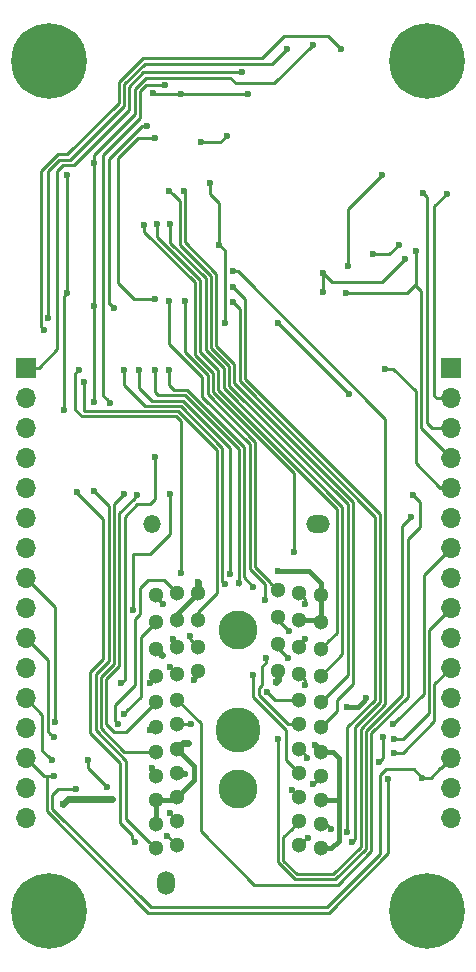
<source format=gbl>
G04 #@! TF.FileFunction,Copper,L2,Bot,Signal*
%FSLAX46Y46*%
G04 Gerber Fmt 4.6, Leading zero omitted, Abs format (unit mm)*
G04 Created by KiCad (PCBNEW 4.0.6) date 12/30/18 12:01:16*
%MOMM*%
%LPD*%
G01*
G04 APERTURE LIST*
%ADD10C,0.100000*%
%ADD11C,6.400000*%
%ADD12R,1.700000X1.700000*%
%ADD13O,1.700000X1.700000*%
%ADD14O,1.500000X1.500000*%
%ADD15O,2.000000X1.500000*%
%ADD16C,3.300000*%
%ADD17C,3.800000*%
%ADD18C,1.300000*%
%ADD19O,1.500000X2.000000*%
%ADD20C,0.600000*%
%ADD21C,0.250000*%
%ADD22C,0.450000*%
%ADD23C,0.600000*%
%ADD24C,0.400000*%
G04 APERTURE END LIST*
D10*
D11*
X84000000Y-24000000D03*
X116000000Y-24000000D03*
X116000000Y-96000000D03*
X84000000Y-96000000D03*
D12*
X118000000Y-50000000D03*
D13*
X118000000Y-52540000D03*
X118000000Y-55080000D03*
X118000000Y-57620000D03*
X118000000Y-60160000D03*
X118000000Y-62700000D03*
X118000000Y-65240000D03*
X118000000Y-67780000D03*
X118000000Y-70320000D03*
X118000000Y-72860000D03*
X118000000Y-75400000D03*
X118000000Y-77940000D03*
X118000000Y-80480000D03*
X118000000Y-83020000D03*
X118000000Y-85560000D03*
X118000000Y-88100000D03*
D12*
X82000000Y-50000000D03*
D13*
X82000000Y-52540000D03*
X82000000Y-55080000D03*
X82000000Y-57620000D03*
X82000000Y-60160000D03*
X82000000Y-62700000D03*
X82000000Y-65240000D03*
X82000000Y-67780000D03*
X82000000Y-70320000D03*
X82000000Y-72860000D03*
X82000000Y-75400000D03*
X82000000Y-77940000D03*
X82000000Y-80480000D03*
X82000000Y-83020000D03*
X82000000Y-85560000D03*
X82000000Y-88100000D03*
D14*
X92700000Y-63200000D03*
D15*
X106800000Y-63200000D03*
D16*
X100000000Y-72200000D03*
D17*
X100000000Y-80650000D03*
D18*
X93020000Y-90700000D03*
X94820000Y-90450000D03*
X96620000Y-75700000D03*
X106980000Y-90700000D03*
X105180000Y-90450000D03*
X106980000Y-88650000D03*
X106980000Y-86600000D03*
X106980000Y-84550000D03*
X106980000Y-82500000D03*
X106980000Y-80400000D03*
X106980000Y-78300000D03*
X106980000Y-76100000D03*
X106980000Y-73820000D03*
X106980000Y-71540000D03*
X106980000Y-69260000D03*
X105180000Y-88400000D03*
X105180000Y-86350000D03*
X105180000Y-84300000D03*
X105180000Y-82250000D03*
X105180000Y-80200000D03*
X105180000Y-78100000D03*
X105180000Y-75900000D03*
X105180000Y-73620000D03*
X105180000Y-71340000D03*
X105180000Y-69060000D03*
X103380000Y-75700000D03*
X103380000Y-73420000D03*
X103380000Y-71140000D03*
X103380000Y-68860000D03*
X96620000Y-73620000D03*
X96620000Y-71340000D03*
X96620000Y-69060000D03*
X93020000Y-88650000D03*
X93020000Y-86600000D03*
X93020000Y-84550000D03*
X93020000Y-82500000D03*
X93020000Y-80400000D03*
X93020000Y-78300000D03*
X93020000Y-76100000D03*
X93020000Y-73820000D03*
X93020000Y-71540000D03*
X93020000Y-69260000D03*
X94820000Y-88400000D03*
X94820000Y-86350000D03*
X94820000Y-84300000D03*
X94820000Y-82250000D03*
X94820000Y-80200000D03*
X94820000Y-78100000D03*
X94820000Y-75900000D03*
X94820000Y-73620000D03*
X94820000Y-71340000D03*
X94820000Y-69060000D03*
D16*
X100000000Y-85700000D03*
D19*
X93900000Y-93600000D03*
D20*
X98850000Y-46175000D03*
X98400000Y-39600000D03*
X97600000Y-34400000D03*
X99025000Y-30375000D03*
X96875000Y-30925000D03*
X85525000Y-33700000D03*
X85525000Y-43675000D03*
X85300000Y-53600000D03*
X111400000Y-40400000D03*
X113600000Y-39600000D03*
X110831228Y-77981227D03*
X111900000Y-83400000D03*
X112300000Y-81300000D03*
X88900000Y-85500000D03*
X87275000Y-83175000D03*
X109184981Y-78699989D03*
X89325000Y-86525000D03*
X85204449Y-86904449D03*
X96610000Y-68130000D03*
X107200000Y-43600000D03*
X114100000Y-40800000D03*
X106500000Y-81925000D03*
X95725000Y-81750000D03*
X93525000Y-74300000D03*
X103200000Y-76600000D03*
X103400000Y-67200018D03*
X107200000Y-42000000D03*
X87825000Y-60475000D03*
X93975000Y-89625000D03*
X96225000Y-76425000D03*
X105875000Y-89800000D03*
X99575000Y-44475000D03*
X109249957Y-89269741D03*
X107825000Y-89075000D03*
X106300000Y-85220000D03*
X99575000Y-43175000D03*
X109600000Y-90175000D03*
X95460000Y-35030000D03*
X94190000Y-35030000D03*
X94275000Y-37850000D03*
X93125000Y-37850000D03*
X99575002Y-41825000D03*
X104550000Y-85750000D03*
X94160000Y-50220000D03*
X101275000Y-76025000D03*
X101300000Y-68525000D03*
X105800000Y-83000000D03*
X102340000Y-74540000D03*
X102249999Y-69660000D03*
X94175000Y-44375000D03*
X114624999Y-62675000D03*
X115675000Y-35175000D03*
X103350000Y-81475000D03*
X102425000Y-77425000D03*
X105700000Y-76850000D03*
X104700000Y-65600000D03*
X105625000Y-72950000D03*
X92050000Y-37875000D03*
X105700000Y-70025000D03*
X104220000Y-74600000D03*
X104310000Y-72300000D03*
X95525000Y-44350000D03*
X95960000Y-72750000D03*
X98850000Y-68290000D03*
X90350000Y-50199998D03*
X86950000Y-51175000D03*
X92710000Y-83883500D03*
X90300000Y-60700000D03*
X92563393Y-80649999D03*
X91475000Y-60775000D03*
X92950000Y-57575000D03*
X90100000Y-76725000D03*
X92550000Y-76725000D03*
X90297000Y-79311500D03*
X86525000Y-50150000D03*
X95150000Y-67400000D03*
X93625000Y-70000000D03*
X94200000Y-87725000D03*
X86400000Y-60525000D03*
X91300000Y-90150000D03*
X95500000Y-84400000D03*
X95975004Y-80200000D03*
X100074967Y-68240000D03*
X92975000Y-50200000D03*
X114825000Y-60775000D03*
X117675000Y-35275000D03*
X94200000Y-60725000D03*
X91075000Y-70525000D03*
X94250000Y-75350000D03*
X99310000Y-67460000D03*
X94450000Y-72940000D03*
X91610000Y-50190000D03*
X89852500Y-80137000D03*
X92810000Y-26730000D03*
X95200000Y-26800000D03*
X100800000Y-26800000D03*
X87820000Y-44790000D03*
X106325000Y-22650000D03*
X87775000Y-32650000D03*
X87825000Y-52925000D03*
X86300000Y-85625000D03*
X115600000Y-84700000D03*
X112674965Y-84855188D03*
X84400000Y-84600000D03*
X92925000Y-44175000D03*
X92925000Y-30550000D03*
X89450000Y-44940000D03*
X92250000Y-29550000D03*
X93800000Y-26075021D03*
X89175000Y-52975000D03*
X109093000Y-43688000D03*
X115100000Y-40099996D03*
X109283500Y-41402006D03*
X112204502Y-33655000D03*
X100300000Y-24999994D03*
X83940000Y-45790000D03*
X104100000Y-23000000D03*
X83590000Y-46800000D03*
X108700000Y-23000000D03*
X109400000Y-52200000D03*
X103400000Y-46200000D03*
X112425000Y-50125000D03*
X84500000Y-80000000D03*
X84399992Y-81300000D03*
X84200000Y-83200000D03*
X113200000Y-82600000D03*
X113200000Y-81400000D03*
X113093500Y-80200500D03*
D21*
X98850000Y-45750736D02*
X98850000Y-46175000D01*
X98850000Y-40050000D02*
X98850000Y-45750736D01*
X98400000Y-39600000D02*
X98850000Y-40050000D01*
X97600000Y-35275000D02*
X98400000Y-36075000D01*
X98400000Y-36075000D02*
X98400000Y-39600000D01*
X97600000Y-34400000D02*
X97600000Y-35275000D01*
X96875000Y-30925000D02*
X98475000Y-30925000D01*
X98475000Y-30925000D02*
X99025000Y-30375000D01*
X85525000Y-33700000D02*
X85525000Y-43675000D01*
X85300000Y-53600000D02*
X85300000Y-43900000D01*
X85300000Y-43900000D02*
X85525000Y-43675000D01*
X113600000Y-39600000D02*
X112800000Y-40400000D01*
X112800000Y-40400000D02*
X111400000Y-40400000D01*
D22*
X110112466Y-78699989D02*
X110531229Y-78281226D01*
X110531229Y-78281226D02*
X110831228Y-77981227D01*
X109184981Y-78699989D02*
X110112466Y-78699989D01*
D21*
X112300000Y-83000000D02*
X112199999Y-83100001D01*
X112300000Y-81300000D02*
X112300000Y-83000000D01*
X112199999Y-83100001D02*
X111900000Y-83400000D01*
X87275000Y-83875000D02*
X88600001Y-85200001D01*
X87275000Y-83175000D02*
X87275000Y-83875000D01*
X88600001Y-85200001D02*
X88900000Y-85500000D01*
D23*
X85583899Y-86525000D02*
X85504448Y-86604450D01*
X89325000Y-86525000D02*
X85583899Y-86525000D01*
X85504448Y-86604450D02*
X85204449Y-86904449D01*
D21*
X114100000Y-40800000D02*
X112164500Y-42735500D01*
X112164500Y-42735500D02*
X107935500Y-42735500D01*
X107935500Y-42735500D02*
X107200000Y-42000000D01*
D23*
X96620000Y-68140000D02*
X96610000Y-68130000D01*
X96620000Y-69060000D02*
X96620000Y-68140000D01*
D24*
X108500000Y-86600000D02*
X108500000Y-83000000D01*
X108500000Y-83000000D02*
X108000000Y-82500000D01*
X108000000Y-82500000D02*
X106980000Y-82500000D01*
X106980000Y-86600000D02*
X108500000Y-86600000D01*
X108500000Y-86600000D02*
X108549956Y-86649956D01*
X106980000Y-90700000D02*
X107899238Y-90700000D01*
X107899238Y-90700000D02*
X108549956Y-90049282D01*
X108549956Y-90049282D02*
X108549956Y-86649956D01*
X106980000Y-86600000D02*
X107600000Y-86600000D01*
D21*
X107200000Y-42000000D02*
X107200000Y-43600000D01*
D24*
X96299989Y-84870011D02*
X95469999Y-85700001D01*
X96299989Y-83729989D02*
X96299989Y-84870011D01*
X94820000Y-82250000D02*
X96299989Y-83729989D01*
X95469999Y-85700001D02*
X94820000Y-86350000D01*
D23*
X106799999Y-82224999D02*
X106500000Y-81925000D01*
X106980000Y-82405000D02*
X106799999Y-82224999D01*
X106980000Y-82500000D02*
X106980000Y-82405000D01*
X95725000Y-81750000D02*
X95320000Y-81750000D01*
X95320000Y-81750000D02*
X94820000Y-82250000D01*
X93020000Y-73820000D02*
X93045000Y-73820000D01*
X93045000Y-73820000D02*
X93525000Y-74300000D01*
X103380000Y-75700000D02*
X103380000Y-76420000D01*
X103380000Y-76420000D02*
X103200000Y-76600000D01*
D24*
X103400000Y-67200018D02*
X103400018Y-67200000D01*
X103400018Y-67200000D02*
X106000000Y-67200000D01*
X106000000Y-67200000D02*
X107000000Y-68200000D01*
X107000000Y-68200000D02*
X107000000Y-69240000D01*
X107000000Y-69240000D02*
X106980000Y-69260000D01*
D21*
X106980000Y-82500000D02*
X106980000Y-82180000D01*
X106980000Y-82180000D02*
X106899999Y-82099999D01*
D24*
X93020000Y-86600000D02*
X94570000Y-86600000D01*
X94570000Y-86600000D02*
X94820000Y-86350000D01*
X93020000Y-88650000D02*
X93020000Y-86600000D01*
X106980000Y-69260000D02*
X106980000Y-71540000D01*
X105180000Y-71340000D02*
X106780000Y-71340000D01*
D23*
X106780000Y-71340000D02*
X106980000Y-71540000D01*
D24*
X96620000Y-69060000D02*
X94820000Y-70860000D01*
D21*
X92370001Y-90050001D02*
X93020000Y-90700000D01*
X90500009Y-83263599D02*
X90500009Y-88180009D01*
X87950011Y-80713601D02*
X90500009Y-83263599D01*
X87825000Y-60475000D02*
X89050011Y-61700011D01*
X87950011Y-75961399D02*
X87950011Y-80713601D01*
X89050011Y-74861400D02*
X87950011Y-75961399D01*
X90500009Y-88180009D02*
X92370001Y-90050001D01*
X89050011Y-61700011D02*
X89050011Y-74861400D01*
X93975000Y-89625000D02*
X93995000Y-89625000D01*
X93995000Y-89625000D02*
X94820000Y-90450000D01*
X96225000Y-76425000D02*
X96225000Y-76095000D01*
X96225000Y-76095000D02*
X96620000Y-75700000D01*
X105875000Y-89800000D02*
X105830000Y-89800000D01*
X105830000Y-89800000D02*
X105180000Y-90450000D01*
X99874999Y-44774999D02*
X99575000Y-44475000D01*
X111574978Y-78121375D02*
X111574978Y-62597799D01*
X100124244Y-51147066D02*
X100124244Y-45024244D01*
X109249957Y-89269741D02*
X109249957Y-80446396D01*
X111574978Y-62597799D02*
X100124244Y-51147066D01*
X100124244Y-45024244D02*
X99874999Y-44774999D01*
X109249957Y-80446396D02*
X111574978Y-78121375D01*
X106980000Y-88650000D02*
X107400000Y-88650000D01*
X107400000Y-88650000D02*
X107825000Y-89075000D01*
X100574255Y-44174255D02*
X100574255Y-50960666D01*
X109899999Y-89875001D02*
X109600000Y-90175000D01*
X112024989Y-62411399D02*
X112024989Y-78307774D01*
X112024989Y-78307774D02*
X109899999Y-80432764D01*
X100574255Y-50960666D02*
X112024989Y-62411399D01*
X99575000Y-43175000D02*
X100574255Y-44174255D01*
X109899999Y-80432764D02*
X109899999Y-89875001D01*
X106980000Y-84550000D02*
X106310000Y-85220000D01*
X106310000Y-85220000D02*
X106300000Y-85220000D01*
X106980000Y-80400000D02*
X108350000Y-79030000D01*
X108350000Y-79030000D02*
X108350000Y-78150000D01*
X108350000Y-78150000D02*
X109725000Y-76775000D01*
X109725000Y-76775000D02*
X109725000Y-61384233D01*
X99674233Y-49658465D02*
X98150000Y-48134232D01*
X98150000Y-48134232D02*
X98150000Y-42029357D01*
X109725000Y-61384233D02*
X99674233Y-51333466D01*
X99674233Y-51333466D02*
X99674233Y-49658465D01*
X98150000Y-42029357D02*
X95500000Y-39379357D01*
X95500000Y-39379357D02*
X95500000Y-35310000D01*
X95490000Y-35060000D02*
X95460000Y-35030000D01*
X95500000Y-35310000D02*
X95490000Y-35300000D01*
X95490000Y-35300000D02*
X95490000Y-35060000D01*
X94489999Y-35329999D02*
X94190000Y-35030000D01*
X95049989Y-35889989D02*
X94489999Y-35329999D01*
X97699989Y-42215757D02*
X95049989Y-39565757D01*
X97699989Y-48320632D02*
X97699989Y-42215757D01*
X106980000Y-78300000D02*
X109274989Y-76005011D01*
X99224222Y-49844865D02*
X97699989Y-48320632D01*
X109274989Y-61570633D02*
X99224222Y-51519866D01*
X109274989Y-76005011D02*
X109274989Y-61570633D01*
X99224222Y-51519866D02*
X99224222Y-49844865D01*
X95049989Y-39565757D02*
X95049989Y-35889989D01*
X108824978Y-61757033D02*
X98774211Y-51706266D01*
X97249978Y-42402156D02*
X94275000Y-39427178D01*
X97249978Y-48507032D02*
X97249978Y-42402156D01*
X98774211Y-51706266D02*
X98774211Y-50031265D01*
X108824978Y-74255022D02*
X108824978Y-61757033D01*
X94275000Y-38274264D02*
X94275000Y-37850000D01*
X94275000Y-39427178D02*
X94275000Y-38274264D01*
X98774211Y-50031265D02*
X97249978Y-48507032D01*
X106980000Y-76100000D02*
X108824978Y-74255022D01*
X107629999Y-73170001D02*
X106980000Y-73820000D01*
X108374967Y-61943433D02*
X108374967Y-72425033D01*
X98324200Y-50217665D02*
X98324200Y-51892666D01*
X98324200Y-51892666D02*
X108374967Y-61943433D01*
X96799967Y-48693432D02*
X98324200Y-50217665D01*
X96799967Y-42588556D02*
X96799967Y-48693432D01*
X93125000Y-37850000D02*
X93125000Y-38913589D01*
X93125000Y-38913589D02*
X96799967Y-42588556D01*
X108374967Y-72425033D02*
X107629999Y-73170001D01*
X108045770Y-92875000D02*
X104975000Y-92875000D01*
X110374977Y-80594197D02*
X110374977Y-90545793D01*
X112475000Y-78494174D02*
X110374977Y-80594197D01*
X104975000Y-92875000D02*
X103825000Y-91725000D01*
X103825000Y-91725000D02*
X103825000Y-89755000D01*
X112475000Y-54300734D02*
X112475000Y-78494174D01*
X103825000Y-89755000D02*
X104530001Y-89049999D01*
X104530001Y-89049999D02*
X105180000Y-88400000D01*
X110374977Y-90545793D02*
X108045770Y-92875000D01*
X99575002Y-41825000D02*
X99999266Y-41825000D01*
X99999266Y-41825000D02*
X112475000Y-54300734D01*
X104849999Y-86049999D02*
X104550000Y-85750000D01*
X105180000Y-86350000D02*
X105150000Y-86350000D01*
X105150000Y-86350000D02*
X104849999Y-86049999D01*
X94160000Y-50220000D02*
X94160000Y-50644264D01*
X94170000Y-51500000D02*
X94530000Y-51860000D01*
X94530000Y-51860000D02*
X95680644Y-51860000D01*
X94160000Y-50644264D02*
X94170000Y-50654264D01*
X94170000Y-50654264D02*
X94170000Y-51500000D01*
X95680644Y-51860000D02*
X100524978Y-56704334D01*
X100524978Y-56704334D02*
X100524978Y-67749978D01*
X100524978Y-67749978D02*
X101300000Y-68525000D01*
X105180000Y-84300000D02*
X104050000Y-83170000D01*
X104050000Y-83170000D02*
X104050000Y-80636415D01*
X104050000Y-80636415D02*
X101275000Y-77861415D01*
X101275000Y-76888611D02*
X101275000Y-76025000D01*
X101275000Y-77861415D02*
X101275000Y-76888611D01*
X105800000Y-83000000D02*
X105800000Y-82870000D01*
X105800000Y-82870000D02*
X105180000Y-82250000D01*
X105180000Y-80200000D02*
X104260762Y-80200000D01*
X104260762Y-80200000D02*
X101774998Y-77714236D01*
X102020000Y-76879996D02*
X102020000Y-75284264D01*
X101774998Y-77714236D02*
X101774998Y-77124998D01*
X101774998Y-77124998D02*
X102020000Y-76879996D01*
X102020000Y-75284264D02*
X102340000Y-74964264D01*
X102340000Y-74964264D02*
X102340000Y-74540000D01*
X102249999Y-69660000D02*
X102249999Y-69390000D01*
X102249999Y-69390000D02*
X102249999Y-68336410D01*
X94175000Y-44799264D02*
X94175000Y-44375000D01*
X94175000Y-47977698D02*
X94175000Y-44799264D01*
X100974989Y-56452687D02*
X96974167Y-52451866D01*
X102249999Y-68336410D02*
X100974989Y-67061400D01*
X96974167Y-52451866D02*
X96974167Y-50776865D01*
X96974167Y-50776865D02*
X94175000Y-47977698D01*
X100974989Y-67061400D02*
X100974989Y-56452687D01*
X114325000Y-62974999D02*
X114624999Y-62675000D01*
X113900000Y-77705585D02*
X113900000Y-63399999D01*
X103350000Y-91886411D02*
X104788600Y-93325011D01*
X104788600Y-93325011D02*
X108232169Y-93325011D01*
X110824988Y-90732192D02*
X110824988Y-80780597D01*
X110824988Y-80780597D02*
X113900000Y-77705585D01*
X103350000Y-81475000D02*
X103350000Y-91886411D01*
X113900000Y-63399999D02*
X114325000Y-62974999D01*
X108232169Y-93325011D02*
X110824988Y-90732192D01*
X116025000Y-54700000D02*
X116405000Y-55080000D01*
X116405000Y-55080000D02*
X118000000Y-55080000D01*
X116025000Y-35525000D02*
X116025000Y-54700000D01*
X115675000Y-35175000D02*
X116025000Y-35525000D01*
X105180000Y-78100000D02*
X103100000Y-78100000D01*
X103100000Y-78100000D02*
X102425000Y-77425000D01*
X105700000Y-76850000D02*
X105700000Y-76420000D01*
X105700000Y-76420000D02*
X105180000Y-75900000D01*
X97874189Y-52079066D02*
X97874189Y-50404065D01*
X97874189Y-50404065D02*
X96349956Y-48879832D01*
X96349956Y-42774956D02*
X92050000Y-38475000D01*
X104700000Y-58904876D02*
X97874189Y-52079066D01*
X92050000Y-38475000D02*
X92050000Y-38299264D01*
X96349956Y-48879832D02*
X96349956Y-42774956D01*
X104700000Y-65600000D02*
X104700000Y-58904876D01*
X92050000Y-38299264D02*
X92050000Y-37875000D01*
X105180000Y-73620000D02*
X105180000Y-73395000D01*
X105180000Y-73395000D02*
X105625000Y-72950000D01*
X105700000Y-70025000D02*
X105700000Y-69580000D01*
X105700000Y-69580000D02*
X105180000Y-69060000D01*
X103380000Y-73420000D02*
X103380000Y-73760000D01*
X103380000Y-73760000D02*
X104220000Y-74600000D01*
X103380000Y-71140000D02*
X103380000Y-71350000D01*
X103380000Y-71350000D02*
X104310000Y-72280000D01*
X104310000Y-72280000D02*
X104310000Y-72300000D01*
X102730001Y-68210001D02*
X103380000Y-68860000D01*
X97424178Y-52265466D02*
X101425000Y-56266287D01*
X95525000Y-48691287D02*
X97424178Y-50590465D01*
X95525000Y-44350000D02*
X95525000Y-48691287D01*
X102730001Y-68180001D02*
X102730001Y-68210001D01*
X101425000Y-66875000D02*
X102730001Y-68180001D01*
X97424178Y-50590465D02*
X97424178Y-52265466D01*
X101425000Y-56266287D02*
X101425000Y-66875000D01*
X95960000Y-72960000D02*
X95960000Y-72750000D01*
X96620000Y-73620000D02*
X95960000Y-72960000D01*
X95136389Y-53224978D02*
X98675000Y-56763589D01*
X98675000Y-56763589D02*
X98675000Y-68115000D01*
X92124978Y-53224978D02*
X95136389Y-53224978D01*
X90350000Y-51450000D02*
X92124978Y-53224978D01*
X90350000Y-50199998D02*
X90350000Y-51450000D01*
X98675000Y-68115000D02*
X98850000Y-68290000D01*
X96620000Y-71340000D02*
X96620000Y-70680000D01*
X98224988Y-69075012D02*
X98224988Y-56949988D01*
X96620000Y-70680000D02*
X98224988Y-69075012D01*
X98224988Y-56949988D02*
X94949989Y-53674989D01*
X94949989Y-53674989D02*
X86950000Y-53674989D01*
X86950000Y-53674989D02*
X86950000Y-51175000D01*
X93009999Y-84183499D02*
X92710000Y-83883500D01*
X93020000Y-84193500D02*
X93009999Y-84183499D01*
X93020000Y-84550000D02*
X93020000Y-84193500D01*
X89500022Y-61499978D02*
X90000001Y-60999999D01*
X89500022Y-75047800D02*
X89500022Y-61499978D01*
X88400022Y-80525022D02*
X88400022Y-76147799D01*
X90375000Y-82500000D02*
X88400022Y-80525022D01*
X93020000Y-82500000D02*
X90375000Y-82500000D01*
X88400022Y-76147799D02*
X89500022Y-75047800D01*
X90000001Y-60999999D02*
X90300000Y-60700000D01*
X92563393Y-80649999D02*
X92770001Y-80649999D01*
X92770001Y-80649999D02*
X93020000Y-80400000D01*
X93020000Y-78300000D02*
X90495000Y-80825000D01*
X91175001Y-61074999D02*
X91475000Y-60775000D01*
X89950033Y-62299967D02*
X91175001Y-61074999D01*
X90495000Y-80825000D02*
X89475000Y-80825000D01*
X89475000Y-80825000D02*
X88850033Y-80200033D01*
X89950033Y-75234200D02*
X89950033Y-62299967D01*
X88850033Y-76334199D02*
X89950033Y-75234200D01*
X88850033Y-80200033D02*
X88850033Y-76334199D01*
X92950000Y-57999264D02*
X92950000Y-57575000D01*
X92950000Y-61114915D02*
X92950000Y-57999264D01*
X90400044Y-62625692D02*
X91475735Y-61550001D01*
X90400044Y-76424956D02*
X90400044Y-62625692D01*
X90100000Y-76725000D02*
X90400044Y-76424956D01*
X91475735Y-61550001D02*
X92514914Y-61550001D01*
X92514914Y-61550001D02*
X92950000Y-61114915D01*
X93020000Y-76100000D02*
X93020000Y-76255000D01*
X93020000Y-76255000D02*
X92550000Y-76725000D01*
X91750000Y-77858500D02*
X90596999Y-79011501D01*
X90596999Y-79011501D02*
X90297000Y-79311500D01*
X93020000Y-71540000D02*
X91750000Y-72810000D01*
X91750000Y-72810000D02*
X91750000Y-77858500D01*
X86763590Y-54125000D02*
X86225001Y-53586411D01*
X95150000Y-67400000D02*
X95150000Y-54525000D01*
X94750000Y-54125000D02*
X86763590Y-54125000D01*
X95150000Y-54525000D02*
X94750000Y-54125000D01*
X86225001Y-53586411D02*
X86225001Y-50449999D01*
X86225001Y-50449999D02*
X86525000Y-50150000D01*
X93020000Y-69260000D02*
X93020000Y-69395000D01*
X93020000Y-69395000D02*
X93625000Y-70000000D01*
X94820000Y-88400000D02*
X94820000Y-88345000D01*
X94820000Y-88345000D02*
X94200000Y-87725000D01*
X90025000Y-88575000D02*
X91000001Y-89550001D01*
X88600000Y-62825000D02*
X88600000Y-74675000D01*
X91000001Y-89850001D02*
X91300000Y-90150000D01*
X86400000Y-60525000D02*
X86400000Y-60625000D01*
X86400000Y-60625000D02*
X88600000Y-62825000D01*
X88600000Y-74675000D02*
X87500000Y-75775000D01*
X87500000Y-75775000D02*
X87500000Y-80900000D01*
X87500000Y-80900000D02*
X90025000Y-83425000D01*
X90025000Y-83425000D02*
X90025000Y-88575000D01*
X91000001Y-89550001D02*
X91000001Y-89850001D01*
X94820000Y-84300000D02*
X95400000Y-84300000D01*
X95400000Y-84300000D02*
X95500000Y-84400000D01*
X100074967Y-68240000D02*
X100074967Y-56890734D01*
X100074967Y-68390000D02*
X100074967Y-68240000D01*
X94820000Y-80200000D02*
X95975004Y-80200000D01*
X95509189Y-52324956D02*
X93249956Y-52324956D01*
X100074967Y-56890734D02*
X95509189Y-52324956D01*
X93249956Y-52324956D02*
X92975000Y-52050000D01*
X92975000Y-52050000D02*
X92975000Y-50200000D01*
X96825000Y-80105000D02*
X96825000Y-89245000D01*
X101355022Y-93775022D02*
X108418568Y-93775022D01*
X96825000Y-89245000D02*
X101355022Y-93775022D01*
X114350011Y-64529989D02*
X115375002Y-63504998D01*
X111274999Y-90918591D02*
X111274999Y-80966997D01*
X114350011Y-77891985D02*
X114350011Y-64529989D01*
X115375002Y-61325002D02*
X115124999Y-61074999D01*
X115375002Y-63504998D02*
X115375002Y-61325002D01*
X94820000Y-78100000D02*
X96825000Y-80105000D01*
X108418568Y-93775022D02*
X111274999Y-90918591D01*
X115124999Y-61074999D02*
X114825000Y-60775000D01*
X111274999Y-80966997D02*
X114350011Y-77891985D01*
X117675000Y-35275000D02*
X116625000Y-36325000D01*
X116797919Y-52540000D02*
X118000000Y-52540000D01*
X116625000Y-36325000D02*
X116625000Y-52367081D01*
X116625000Y-52367081D02*
X116797919Y-52540000D01*
X92550000Y-65750000D02*
X94200000Y-64100000D01*
X94200000Y-64100000D02*
X94200000Y-60725000D01*
X91075000Y-70525000D02*
X91075000Y-65750000D01*
X91075000Y-65750000D02*
X92550000Y-65750000D01*
X94820000Y-75900000D02*
X94800000Y-75900000D01*
X94800000Y-75900000D02*
X94250000Y-75350000D01*
X99310000Y-67035736D02*
X99310000Y-67460000D01*
X95322789Y-52774967D02*
X99310000Y-56762178D01*
X92699967Y-52774967D02*
X95322789Y-52774967D01*
X91610000Y-51685000D02*
X92699967Y-52774967D01*
X91610000Y-50190000D02*
X91610000Y-51685000D01*
X99310000Y-56762178D02*
X99310000Y-67035736D01*
X94749999Y-73239999D02*
X94450000Y-72940000D01*
X94820000Y-73620000D02*
X94820000Y-73310000D01*
X94820000Y-73310000D02*
X94749999Y-73239999D01*
X91250000Y-76850000D02*
X89552501Y-78547499D01*
X91700001Y-68649999D02*
X91700001Y-70825001D01*
X91700001Y-70825001D02*
X91250000Y-71275002D01*
X93735000Y-67975000D02*
X92375000Y-67975000D01*
X94820000Y-69060000D02*
X93735000Y-67975000D01*
X89552501Y-79837001D02*
X89852500Y-80137000D01*
X91250000Y-71275002D02*
X91250000Y-76850000D01*
X89552501Y-78547499D02*
X89552501Y-79837001D01*
X92375000Y-67975000D02*
X91700001Y-68649999D01*
X92880000Y-26800000D02*
X92810000Y-26730000D01*
X95200000Y-26800000D02*
X92880000Y-26800000D01*
X100800000Y-26800000D02*
X95200000Y-26800000D01*
X91234389Y-26379200D02*
X91234389Y-28540611D01*
X87775000Y-32225736D02*
X87775000Y-32650000D01*
X92163578Y-25450011D02*
X91234389Y-26379200D01*
X99300011Y-25450011D02*
X92163578Y-25450011D01*
X106325000Y-22650000D02*
X103045000Y-25930000D01*
X87775000Y-32000000D02*
X87775000Y-32225736D01*
X99780000Y-25930000D02*
X99300011Y-25450011D01*
X91234389Y-28540611D02*
X87775000Y-32000000D01*
X103045000Y-25930000D02*
X99780000Y-25930000D01*
X87775000Y-32650000D02*
X87775000Y-44745000D01*
X87825000Y-52925000D02*
X87825000Y-44795000D01*
X87775000Y-44745000D02*
X87820000Y-44790000D01*
X87825000Y-44795000D02*
X87820000Y-44790000D01*
X112000011Y-91159989D02*
X107485000Y-95675000D01*
X84775000Y-85625000D02*
X85875736Y-85625000D01*
X107485000Y-95675000D02*
X92586410Y-95675000D01*
X115600000Y-84700000D02*
X114900000Y-84000000D01*
X114900000Y-84000000D02*
X112500000Y-84000000D01*
X112500000Y-84000000D02*
X112000011Y-84499989D01*
X112000011Y-84499989D02*
X112000011Y-91159989D01*
X92586410Y-95675000D02*
X84250000Y-87338590D01*
X84250000Y-87338590D02*
X84250000Y-86150000D01*
X84250000Y-86150000D02*
X84775000Y-85625000D01*
X85875736Y-85625000D02*
X86300000Y-85625000D01*
X117130001Y-83869999D02*
X116300000Y-84700000D01*
X116300000Y-84700000D02*
X115600000Y-84700000D01*
X118000000Y-83020000D02*
X117150001Y-83869999D01*
X117150001Y-83869999D02*
X117130001Y-83869999D01*
X83580000Y-84600000D02*
X83840000Y-84600000D01*
X83840000Y-84600000D02*
X84400000Y-84600000D01*
X83799989Y-85200011D02*
X83799989Y-84640011D01*
X83799989Y-84640011D02*
X83840000Y-84600000D01*
X112674965Y-85279452D02*
X112674965Y-84855188D01*
X107671400Y-96125011D02*
X112674965Y-91121446D01*
X83799989Y-87524990D02*
X92400010Y-96125011D01*
X83799989Y-85200011D02*
X83799989Y-87524990D01*
X112674965Y-91121446D02*
X112674965Y-85279452D01*
X92400010Y-96125011D02*
X107671400Y-96125011D01*
X82000000Y-83020000D02*
X83580000Y-84600000D01*
X92925000Y-30550000D02*
X91490000Y-30550000D01*
X91490000Y-30550000D02*
X89820000Y-32220000D01*
X89820000Y-32220000D02*
X89820000Y-42850000D01*
X89820000Y-42850000D02*
X91145000Y-44175000D01*
X91145000Y-44175000D02*
X92925000Y-44175000D01*
X89150001Y-44640001D02*
X89450000Y-44940000D01*
X89080001Y-32295735D02*
X89080001Y-44570001D01*
X92250000Y-29550000D02*
X91825736Y-29550000D01*
X91825736Y-29550000D02*
X89080001Y-32295735D01*
X89080001Y-44570001D02*
X89150001Y-44640001D01*
X93800000Y-26075021D02*
X92174979Y-26075021D01*
X92174979Y-26075021D02*
X91700000Y-26550000D01*
X91700000Y-26550000D02*
X91700000Y-28874998D01*
X91700000Y-28874998D02*
X88574998Y-32000000D01*
X88574998Y-32000000D02*
X88574998Y-52374998D01*
X88574998Y-52374998D02*
X88875001Y-52675001D01*
X88875001Y-52675001D02*
X89175000Y-52975000D01*
X109517264Y-43688000D02*
X109093000Y-43688000D01*
X114312000Y-43688000D02*
X109517264Y-43688000D01*
X115000000Y-43000000D02*
X114312000Y-43688000D01*
X115000000Y-43000000D02*
X115470011Y-43470011D01*
X115470011Y-43470011D02*
X115470011Y-55090011D01*
X115470011Y-55090011D02*
X117150001Y-56770001D01*
X117150001Y-56770001D02*
X118000000Y-57620000D01*
X115100000Y-40524260D02*
X115100000Y-40099996D01*
X115100000Y-42900000D02*
X115100000Y-40524260D01*
X115000000Y-43000000D02*
X115100000Y-42900000D01*
X109283500Y-40977742D02*
X109283500Y-41402006D01*
X109283500Y-36576002D02*
X109283500Y-40977742D01*
X112204502Y-33655000D02*
X109283500Y-36576002D01*
X91977184Y-24999994D02*
X90784378Y-26192800D01*
X83100000Y-50000000D02*
X82000000Y-50000000D01*
X84650000Y-33370000D02*
X84650000Y-48450000D01*
X85150000Y-32870000D02*
X84650000Y-33370000D01*
X86130000Y-32870000D02*
X85150000Y-32870000D01*
X90784378Y-28215622D02*
X86130000Y-32870000D01*
X90784378Y-26192800D02*
X90784378Y-28215622D01*
X100300000Y-24999994D02*
X91977184Y-24999994D01*
X84650000Y-48450000D02*
X83100000Y-50000000D01*
X83940000Y-33316410D02*
X83940000Y-45365736D01*
X85800000Y-32400000D02*
X84856410Y-32400000D01*
X90334367Y-27865633D02*
X85800000Y-32400000D01*
X102837489Y-24262511D02*
X92078256Y-24262511D01*
X90334367Y-26006400D02*
X90334367Y-27865633D01*
X84856410Y-32400000D02*
X83940000Y-33316410D01*
X92078256Y-24262511D02*
X90334367Y-26006400D01*
X104100000Y-23000000D02*
X102837489Y-24262511D01*
X83940000Y-45365736D02*
X83940000Y-45790000D01*
X83590000Y-46800000D02*
X83290001Y-46500001D01*
X89884356Y-27545644D02*
X89884356Y-25820000D01*
X83290001Y-46500001D02*
X83290001Y-33329999D01*
X83290001Y-33329999D02*
X84740000Y-31880000D01*
X84740000Y-31880000D02*
X85550000Y-31880000D01*
X85550000Y-31880000D02*
X89884356Y-27545644D01*
X89884356Y-25820000D02*
X91955356Y-23749000D01*
X91955356Y-23749000D02*
X102051000Y-23749000D01*
X102051000Y-23749000D02*
X103900000Y-21900000D01*
X103900000Y-21900000D02*
X107600000Y-21900000D01*
X107600000Y-21900000D02*
X108700000Y-23000000D01*
X103400000Y-46200000D02*
X109400000Y-52200000D01*
X112425000Y-50125000D02*
X113155000Y-50125000D01*
X113155000Y-50125000D02*
X115020000Y-51990000D01*
X115020000Y-51990000D02*
X115020000Y-58080000D01*
X115020000Y-58080000D02*
X117100000Y-60160000D01*
X117100000Y-60160000D02*
X118000000Y-60160000D01*
X84500000Y-79575736D02*
X84500000Y-80000000D01*
X84500000Y-70280000D02*
X84500000Y-79575736D01*
X82000000Y-67780000D02*
X84500000Y-70280000D01*
X82000000Y-72860000D02*
X83874998Y-74734998D01*
X83874998Y-74734998D02*
X83874998Y-80775006D01*
X83874998Y-80775006D02*
X84099993Y-81000001D01*
X84099993Y-81000001D02*
X84399992Y-81300000D01*
X82000000Y-77940000D02*
X83424987Y-79364987D01*
X83424987Y-79364987D02*
X83424987Y-82424987D01*
X83424987Y-82424987D02*
X83900001Y-82900001D01*
X83900001Y-82900001D02*
X84200000Y-83200000D01*
X113624264Y-82600000D02*
X113200000Y-82600000D01*
X113935864Y-82600000D02*
X113624264Y-82600000D01*
X116600000Y-79935864D02*
X113935864Y-82600000D01*
X116600000Y-76800000D02*
X116600000Y-79935864D01*
X118000000Y-75400000D02*
X116600000Y-76800000D01*
X118000000Y-70320000D02*
X116149990Y-72170010D01*
X116149990Y-72170010D02*
X116149990Y-79240010D01*
X113990000Y-81400000D02*
X113624264Y-81400000D01*
X116149990Y-79240010D02*
X113990000Y-81400000D01*
X113624264Y-81400000D02*
X113200000Y-81400000D01*
X118000000Y-65240000D02*
X115699979Y-67540021D01*
X115699979Y-67540021D02*
X115699979Y-77594021D01*
X115699979Y-77594021D02*
X113393499Y-79900501D01*
X113393499Y-79900501D02*
X113093500Y-80200500D01*
M02*

</source>
